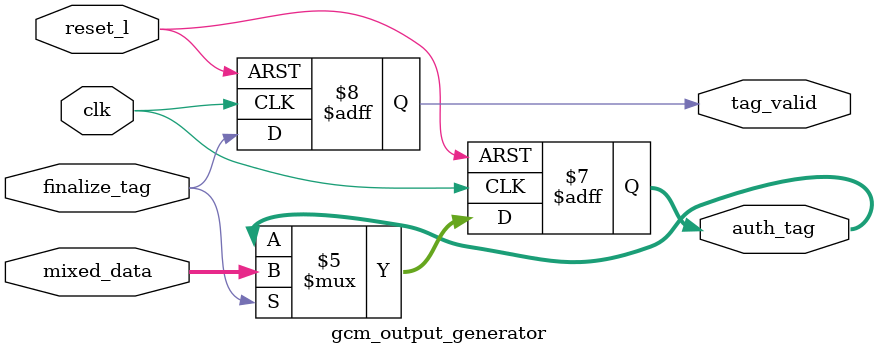
<source format=sv>
module gcm_auth #(parameter WIDTH = 32) (
    input wire clk, reset_l,
    input wire data_valid, last_block,
    input wire [WIDTH-1:0] data_in, h_key,
    output wire [WIDTH-1:0] auth_tag,
    output wire tag_valid
);
    // 内部信号连接
    wire [WIDTH-1:0] mixed_data;
    wire [WIDTH-1:0] accumulated;
    wire process_data;
    wire finalize_tag;

    // 控制单元
    gcm_control_unit u_control (
        .clk(clk),
        .reset_l(reset_l),
        .data_valid(data_valid),
        .last_block(last_block),
        .process_data(process_data),
        .finalize_tag(finalize_tag)
    );

    // 数据处理单元
    gcm_data_processor #(.WIDTH(WIDTH)) u_data_proc (
        .clk(clk),
        .reset_l(reset_l),
        .data_valid(data_valid),
        .data_in(data_in),
        .accumulated(accumulated),
        .mixed_data(mixed_data)
    );

    // GF乘法累加单元
    gcm_gf_accumulator #(.WIDTH(WIDTH)) u_accumulator (
        .clk(clk),
        .reset_l(reset_l),
        .process_data(process_data),
        .mixed_data(mixed_data),
        .h_key(h_key),
        .accumulated(accumulated)
    );

    // 输出生成单元
    gcm_output_generator #(.WIDTH(WIDTH)) u_output_gen (
        .clk(clk),
        .reset_l(reset_l),
        .finalize_tag(finalize_tag),
        .mixed_data(mixed_data),
        .auth_tag(auth_tag),
        .tag_valid(tag_valid)
    );
endmodule

// 控制单元模块
module gcm_control_unit (
    input wire clk, reset_l,
    input wire data_valid, last_block,
    output reg process_data,
    output reg finalize_tag
);
    // 控制逻辑 - 检测输入状态并产生控制信号
    always @(posedge clk or negedge reset_l) begin
        if (!reset_l) begin
            process_data <= 1'b0;
            finalize_tag <= 1'b0;
        end else begin
            process_data <= data_valid;
            finalize_tag <= data_valid & last_block;
        end
    end
endmodule

// 数据处理单元模块
module gcm_data_processor #(parameter WIDTH = 32) (
    input wire clk, reset_l,
    input wire data_valid,
    input wire [WIDTH-1:0] data_in,
    input wire [WIDTH-1:0] accumulated,
    output reg [WIDTH-1:0] mixed_data
);
    // 数据预处理 - 混合输入数据和累加值
    always @(posedge clk or negedge reset_l) begin
        if (!reset_l) begin
            mixed_data <= {WIDTH{1'b0}};
        end else if (data_valid) begin
            mixed_data <= accumulated ^ data_in;
        end
    end
endmodule

// GF乘法累加单元模块
module gcm_gf_accumulator #(parameter WIDTH = 32) (
    input wire clk, reset_l,
    input wire process_data,
    input wire [WIDTH-1:0] mixed_data, h_key,
    output reg [WIDTH-1:0] accumulated
);
    // GF(2^128) multiplication (simplified for this example)
    function [WIDTH-1:0] gf_mult(input [WIDTH-1:0] a, b);
        reg [WIDTH-1:0] res;
        reg carry;
        integer i, j;
        begin
            res = 0;
            for (i = 0; i < WIDTH; i = i + 1) begin
                if (a[i]) res = res ^ (b << i);
            end
            // Reduction step (simplified)
            for (j = WIDTH*2-1; j >= WIDTH; j = j - 1) begin
                if (res[j]) res = res ^ (32'h87000000 << (j - WIDTH));
            end
            gf_mult = res;
        end
    endfunction

    // 累加计算 - 执行GF乘法并更新累加值
    always @(posedge clk or negedge reset_l) begin
        if (!reset_l) begin
            accumulated <= {WIDTH{1'b0}};
        end else if (process_data) begin
            accumulated <= gf_mult(mixed_data, h_key);
        end
    end
endmodule

// 输出生成单元模块
module gcm_output_generator #(parameter WIDTH = 32) (
    input wire clk, reset_l,
    input wire finalize_tag,
    input wire [WIDTH-1:0] mixed_data,
    output reg [WIDTH-1:0] auth_tag,
    output reg tag_valid
);
    // 输出生成 - 产生认证标签和有效信号
    always @(posedge clk or negedge reset_l) begin
        if (!reset_l) begin
            auth_tag <= {WIDTH{1'b0}};
            tag_valid <= 1'b0;
        end else begin
            // 只在最后一个块时设置认证标签
            if (finalize_tag) begin
                auth_tag <= mixed_data;
            end
            // 标签有效信号
            tag_valid <= finalize_tag;
        end
    end
endmodule
</source>
